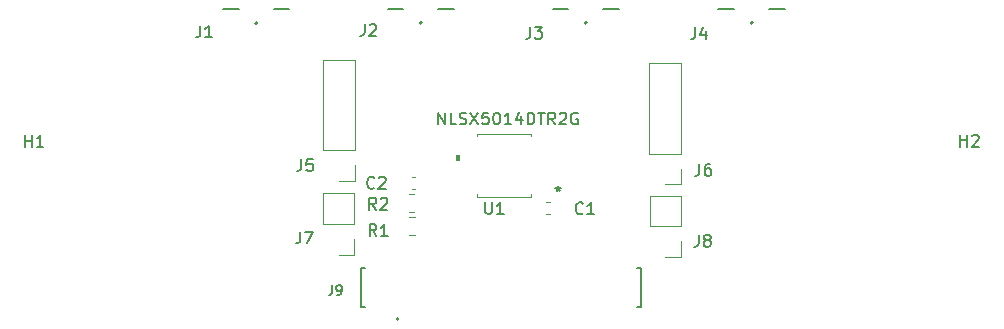
<source format=gbr>
%TF.GenerationSoftware,KiCad,Pcbnew,5.1.10-88a1d61d58~88~ubuntu18.04.1*%
%TF.CreationDate,2021-07-26T17:39:40+07:00*%
%TF.ProjectId,ADV728xM_EVAL_SMA-FFC_AETINA_ACE_CAM6C,41445637-3238-4784-9d5f-4556414c5f53,rev?*%
%TF.SameCoordinates,Original*%
%TF.FileFunction,Legend,Top*%
%TF.FilePolarity,Positive*%
%FSLAX46Y46*%
G04 Gerber Fmt 4.6, Leading zero omitted, Abs format (unit mm)*
G04 Created by KiCad (PCBNEW 5.1.10-88a1d61d58~88~ubuntu18.04.1) date 2021-07-26 17:39:40*
%MOMM*%
%LPD*%
G01*
G04 APERTURE LIST*
%ADD10C,0.120000*%
%ADD11C,0.200000*%
%ADD12C,0.127000*%
%ADD13C,0.100000*%
%ADD14C,0.150000*%
G04 APERTURE END LIST*
D10*
%TO.C,R2*%
X151004536Y-96966100D02*
X151458664Y-96966100D01*
X151004536Y-98436100D02*
X151458664Y-98436100D01*
%TO.C,R1*%
X151010376Y-98901580D02*
X151464504Y-98901580D01*
X151010376Y-100371580D02*
X151464504Y-100371580D01*
D11*
%TO.C,J9*%
X150121400Y-107492400D02*
G75*
G03*
X150121400Y-107492400I-100000J0D01*
G01*
D12*
X147275400Y-103177400D02*
X146925400Y-103177400D01*
X146925400Y-103177400D02*
X146925400Y-106477400D01*
X146925400Y-106477400D02*
X147275400Y-106477400D01*
X170275400Y-103177400D02*
X170625400Y-103177400D01*
X170625400Y-103177400D02*
X170625400Y-106477400D01*
X170625400Y-106477400D02*
X170275400Y-106477400D01*
D10*
%TO.C,J6*%
X173986500Y-96097400D02*
X172656500Y-96097400D01*
X173986500Y-94767400D02*
X173986500Y-96097400D01*
X173986500Y-93497400D02*
X171326500Y-93497400D01*
X171326500Y-93497400D02*
X171326500Y-85817400D01*
X173986500Y-93497400D02*
X173986500Y-85817400D01*
X173986500Y-85817400D02*
X171326500Y-85817400D01*
D11*
%TO.C,J3*%
X166050900Y-82419400D02*
G75*
G03*
X166050900Y-82419400I-100000J0D01*
G01*
D12*
X167450900Y-81229200D02*
X168750900Y-81229200D01*
X163150900Y-81229200D02*
X164450900Y-81229200D01*
D11*
%TO.C,J4*%
X180097100Y-82419400D02*
G75*
G03*
X180097100Y-82419400I-100000J0D01*
G01*
D12*
X181497100Y-81229200D02*
X182797100Y-81229200D01*
X177197100Y-81229200D02*
X178497100Y-81229200D01*
D11*
%TO.C,J1*%
X138161700Y-82470200D02*
G75*
G03*
X138161700Y-82470200I-100000J0D01*
G01*
D12*
X139561700Y-81280000D02*
X140861700Y-81280000D01*
X135261700Y-81280000D02*
X136561700Y-81280000D01*
D11*
%TO.C,J2*%
X152080900Y-82419400D02*
G75*
G03*
X152080900Y-82419400I-100000J0D01*
G01*
D12*
X153480900Y-81229200D02*
X154780900Y-81229200D01*
X149180900Y-81229200D02*
X150480900Y-81229200D01*
D10*
%TO.C,C2*%
X151237733Y-95502000D02*
X151530267Y-95502000D01*
X151237733Y-96522000D02*
X151530267Y-96522000D01*
%TO.C,C1*%
X162904387Y-97605120D02*
X162611853Y-97605120D01*
X162904387Y-98625120D02*
X162611853Y-98625120D01*
%TO.C,J5*%
X146414800Y-85550700D02*
X143754800Y-85550700D01*
X146414800Y-93230700D02*
X146414800Y-85550700D01*
X143754800Y-93230700D02*
X143754800Y-85550700D01*
X146414800Y-93230700D02*
X143754800Y-93230700D01*
X146414800Y-94500700D02*
X146414800Y-95830700D01*
X146414800Y-95830700D02*
X145084800Y-95830700D01*
%TO.C,J8*%
X174024600Y-97069600D02*
X171364600Y-97069600D01*
X174024600Y-99669600D02*
X174024600Y-97069600D01*
X171364600Y-99669600D02*
X171364600Y-97069600D01*
X174024600Y-99669600D02*
X171364600Y-99669600D01*
X174024600Y-100939600D02*
X174024600Y-102269600D01*
X174024600Y-102269600D02*
X172694600Y-102269600D01*
%TO.C,J7*%
X146364000Y-102079100D02*
X145034000Y-102079100D01*
X146364000Y-100749100D02*
X146364000Y-102079100D01*
X146364000Y-99479100D02*
X143704000Y-99479100D01*
X143704000Y-99479100D02*
X143704000Y-96879100D01*
X146364000Y-99479100D02*
X146364000Y-96879100D01*
X146364000Y-96879100D02*
X143704000Y-96879100D01*
D13*
%TO.C,U1*%
G36*
X154978100Y-94041201D02*
G01*
X154978100Y-93660201D01*
X155232100Y-93660201D01*
X155232100Y-94041201D01*
X154978100Y-94041201D01*
G37*
X154978100Y-94041201D02*
X154978100Y-93660201D01*
X155232100Y-93660201D01*
X155232100Y-94041201D01*
X154978100Y-94041201D01*
D10*
X156718000Y-96961239D02*
X156718000Y-97180400D01*
X161366200Y-92040161D02*
X161366200Y-91821000D01*
X161366200Y-97180400D02*
X161366200Y-96961241D01*
X156718000Y-97180400D02*
X161366200Y-97180400D01*
X156718000Y-91821000D02*
X156718000Y-92040159D01*
X161366200Y-91821000D02*
X156718000Y-91821000D01*
%TO.C,H2*%
D14*
X197688295Y-92912080D02*
X197688295Y-91912080D01*
X197688295Y-92388271D02*
X198259723Y-92388271D01*
X198259723Y-92912080D02*
X198259723Y-91912080D01*
X198688295Y-92007319D02*
X198735914Y-91959700D01*
X198831152Y-91912080D01*
X199069247Y-91912080D01*
X199164485Y-91959700D01*
X199212104Y-92007319D01*
X199259723Y-92102557D01*
X199259723Y-92197795D01*
X199212104Y-92340652D01*
X198640676Y-92912080D01*
X199259723Y-92912080D01*
%TO.C,H1*%
X118465695Y-92937480D02*
X118465695Y-91937480D01*
X118465695Y-92413671D02*
X119037123Y-92413671D01*
X119037123Y-92937480D02*
X119037123Y-91937480D01*
X120037123Y-92937480D02*
X119465695Y-92937480D01*
X119751409Y-92937480D02*
X119751409Y-91937480D01*
X119656171Y-92080338D01*
X119560933Y-92175576D01*
X119465695Y-92223195D01*
%TO.C,R2*%
X148207433Y-98242380D02*
X147874100Y-97766190D01*
X147636004Y-98242380D02*
X147636004Y-97242380D01*
X148016957Y-97242380D01*
X148112195Y-97290000D01*
X148159814Y-97337619D01*
X148207433Y-97432857D01*
X148207433Y-97575714D01*
X148159814Y-97670952D01*
X148112195Y-97718571D01*
X148016957Y-97766190D01*
X147636004Y-97766190D01*
X148588385Y-97337619D02*
X148636004Y-97290000D01*
X148731242Y-97242380D01*
X148969338Y-97242380D01*
X149064576Y-97290000D01*
X149112195Y-97337619D01*
X149159814Y-97432857D01*
X149159814Y-97528095D01*
X149112195Y-97670952D01*
X148540766Y-98242380D01*
X149159814Y-98242380D01*
%TO.C,R1*%
X148238673Y-100482660D02*
X147905340Y-100006470D01*
X147667244Y-100482660D02*
X147667244Y-99482660D01*
X148048197Y-99482660D01*
X148143435Y-99530280D01*
X148191054Y-99577899D01*
X148238673Y-99673137D01*
X148238673Y-99815994D01*
X148191054Y-99911232D01*
X148143435Y-99958851D01*
X148048197Y-100006470D01*
X147667244Y-100006470D01*
X149191054Y-100482660D02*
X148619625Y-100482660D01*
X148905340Y-100482660D02*
X148905340Y-99482660D01*
X148810101Y-99625518D01*
X148714863Y-99720756D01*
X148619625Y-99768375D01*
%TO.C,J9*%
X144513333Y-104641704D02*
X144513333Y-105213133D01*
X144475238Y-105327419D01*
X144399047Y-105403609D01*
X144284761Y-105441704D01*
X144208571Y-105441704D01*
X144932380Y-105441704D02*
X145084761Y-105441704D01*
X145160952Y-105403609D01*
X145199047Y-105365514D01*
X145275238Y-105251228D01*
X145313333Y-105098847D01*
X145313333Y-104794085D01*
X145275238Y-104717895D01*
X145237142Y-104679800D01*
X145160952Y-104641704D01*
X145008571Y-104641704D01*
X144932380Y-104679800D01*
X144894285Y-104717895D01*
X144856190Y-104794085D01*
X144856190Y-104984561D01*
X144894285Y-105060752D01*
X144932380Y-105098847D01*
X145008571Y-105136942D01*
X145160952Y-105136942D01*
X145237142Y-105098847D01*
X145275238Y-105060752D01*
X145313333Y-104984561D01*
%TO.C,J6*%
X175587066Y-94372180D02*
X175587066Y-95086466D01*
X175539447Y-95229323D01*
X175444209Y-95324561D01*
X175301352Y-95372180D01*
X175206114Y-95372180D01*
X176491828Y-94372180D02*
X176301352Y-94372180D01*
X176206114Y-94419800D01*
X176158495Y-94467419D01*
X176063257Y-94610276D01*
X176015638Y-94800752D01*
X176015638Y-95181704D01*
X176063257Y-95276942D01*
X176110876Y-95324561D01*
X176206114Y-95372180D01*
X176396590Y-95372180D01*
X176491828Y-95324561D01*
X176539447Y-95276942D01*
X176587066Y-95181704D01*
X176587066Y-94943609D01*
X176539447Y-94848371D01*
X176491828Y-94800752D01*
X176396590Y-94753133D01*
X176206114Y-94753133D01*
X176110876Y-94800752D01*
X176063257Y-94848371D01*
X176015638Y-94943609D01*
%TO.C,J3*%
X161261466Y-82764380D02*
X161261466Y-83478666D01*
X161213847Y-83621523D01*
X161118609Y-83716761D01*
X160975752Y-83764380D01*
X160880514Y-83764380D01*
X161642419Y-82764380D02*
X162261466Y-82764380D01*
X161928133Y-83145333D01*
X162070990Y-83145333D01*
X162166228Y-83192952D01*
X162213847Y-83240571D01*
X162261466Y-83335809D01*
X162261466Y-83573904D01*
X162213847Y-83669142D01*
X162166228Y-83716761D01*
X162070990Y-83764380D01*
X161785276Y-83764380D01*
X161690038Y-83716761D01*
X161642419Y-83669142D01*
%TO.C,J4*%
X175218766Y-82815180D02*
X175218766Y-83529466D01*
X175171147Y-83672323D01*
X175075909Y-83767561D01*
X174933052Y-83815180D01*
X174837814Y-83815180D01*
X176123528Y-83148514D02*
X176123528Y-83815180D01*
X175885433Y-82767561D02*
X175647338Y-83481847D01*
X176266385Y-83481847D01*
%TO.C,J1*%
X133308766Y-82662780D02*
X133308766Y-83377066D01*
X133261147Y-83519923D01*
X133165909Y-83615161D01*
X133023052Y-83662780D01*
X132927814Y-83662780D01*
X134308766Y-83662780D02*
X133737338Y-83662780D01*
X134023052Y-83662780D02*
X134023052Y-82662780D01*
X133927814Y-82805638D01*
X133832576Y-82900876D01*
X133737338Y-82948495D01*
%TO.C,J2*%
X147227966Y-82535780D02*
X147227966Y-83250066D01*
X147180347Y-83392923D01*
X147085109Y-83488161D01*
X146942252Y-83535780D01*
X146847014Y-83535780D01*
X147656538Y-82631019D02*
X147704157Y-82583400D01*
X147799395Y-82535780D01*
X148037490Y-82535780D01*
X148132728Y-82583400D01*
X148180347Y-82631019D01*
X148227966Y-82726257D01*
X148227966Y-82821495D01*
X148180347Y-82964352D01*
X147608919Y-83535780D01*
X148227966Y-83535780D01*
%TO.C,C2*%
X148055033Y-96381842D02*
X148007414Y-96429461D01*
X147864557Y-96477080D01*
X147769319Y-96477080D01*
X147626461Y-96429461D01*
X147531223Y-96334223D01*
X147483604Y-96238985D01*
X147435985Y-96048509D01*
X147435985Y-95905652D01*
X147483604Y-95715176D01*
X147531223Y-95619938D01*
X147626461Y-95524700D01*
X147769319Y-95477080D01*
X147864557Y-95477080D01*
X148007414Y-95524700D01*
X148055033Y-95572319D01*
X148435985Y-95572319D02*
X148483604Y-95524700D01*
X148578842Y-95477080D01*
X148816938Y-95477080D01*
X148912176Y-95524700D01*
X148959795Y-95572319D01*
X149007414Y-95667557D01*
X149007414Y-95762795D01*
X148959795Y-95905652D01*
X148388366Y-96477080D01*
X149007414Y-96477080D01*
%TO.C,C1*%
X165720733Y-98540842D02*
X165673114Y-98588461D01*
X165530257Y-98636080D01*
X165435019Y-98636080D01*
X165292161Y-98588461D01*
X165196923Y-98493223D01*
X165149304Y-98397985D01*
X165101685Y-98207509D01*
X165101685Y-98064652D01*
X165149304Y-97874176D01*
X165196923Y-97778938D01*
X165292161Y-97683700D01*
X165435019Y-97636080D01*
X165530257Y-97636080D01*
X165673114Y-97683700D01*
X165720733Y-97731319D01*
X166673114Y-98636080D02*
X166101685Y-98636080D01*
X166387400Y-98636080D02*
X166387400Y-97636080D01*
X166292161Y-97778938D01*
X166196923Y-97874176D01*
X166101685Y-97921795D01*
%TO.C,J5*%
X141881266Y-93965780D02*
X141881266Y-94680066D01*
X141833647Y-94822923D01*
X141738409Y-94918161D01*
X141595552Y-94965780D01*
X141500314Y-94965780D01*
X142833647Y-93965780D02*
X142357457Y-93965780D01*
X142309838Y-94441971D01*
X142357457Y-94394352D01*
X142452695Y-94346733D01*
X142690790Y-94346733D01*
X142786028Y-94394352D01*
X142833647Y-94441971D01*
X142881266Y-94537209D01*
X142881266Y-94775304D01*
X142833647Y-94870542D01*
X142786028Y-94918161D01*
X142690790Y-94965780D01*
X142452695Y-94965780D01*
X142357457Y-94918161D01*
X142309838Y-94870542D01*
%TO.C,J8*%
X175536266Y-100391980D02*
X175536266Y-101106266D01*
X175488647Y-101249123D01*
X175393409Y-101344361D01*
X175250552Y-101391980D01*
X175155314Y-101391980D01*
X176155314Y-100820552D02*
X176060076Y-100772933D01*
X176012457Y-100725314D01*
X175964838Y-100630076D01*
X175964838Y-100582457D01*
X176012457Y-100487219D01*
X176060076Y-100439600D01*
X176155314Y-100391980D01*
X176345790Y-100391980D01*
X176441028Y-100439600D01*
X176488647Y-100487219D01*
X176536266Y-100582457D01*
X176536266Y-100630076D01*
X176488647Y-100725314D01*
X176441028Y-100772933D01*
X176345790Y-100820552D01*
X176155314Y-100820552D01*
X176060076Y-100868171D01*
X176012457Y-100915790D01*
X175964838Y-101011028D01*
X175964838Y-101201504D01*
X176012457Y-101296742D01*
X176060076Y-101344361D01*
X176155314Y-101391980D01*
X176345790Y-101391980D01*
X176441028Y-101344361D01*
X176488647Y-101296742D01*
X176536266Y-101201504D01*
X176536266Y-101011028D01*
X176488647Y-100915790D01*
X176441028Y-100868171D01*
X176345790Y-100820552D01*
%TO.C,J7*%
X141779666Y-100112580D02*
X141779666Y-100826866D01*
X141732047Y-100969723D01*
X141636809Y-101064961D01*
X141493952Y-101112580D01*
X141398714Y-101112580D01*
X142160619Y-100112580D02*
X142827285Y-100112580D01*
X142398714Y-101112580D01*
%TO.C,U1*%
X157454695Y-97623380D02*
X157454695Y-98432904D01*
X157502314Y-98528142D01*
X157549933Y-98575761D01*
X157645171Y-98623380D01*
X157835647Y-98623380D01*
X157930885Y-98575761D01*
X157978504Y-98528142D01*
X158026123Y-98432904D01*
X158026123Y-97623380D01*
X159026123Y-98623380D02*
X158454695Y-98623380D01*
X158740409Y-98623380D02*
X158740409Y-97623380D01*
X158645171Y-97766238D01*
X158549933Y-97861476D01*
X158454695Y-97909095D01*
X153467538Y-91028780D02*
X153467538Y-90028780D01*
X154038966Y-91028780D01*
X154038966Y-90028780D01*
X154991347Y-91028780D02*
X154515157Y-91028780D01*
X154515157Y-90028780D01*
X155277061Y-90981161D02*
X155419919Y-91028780D01*
X155658014Y-91028780D01*
X155753252Y-90981161D01*
X155800871Y-90933542D01*
X155848490Y-90838304D01*
X155848490Y-90743066D01*
X155800871Y-90647828D01*
X155753252Y-90600209D01*
X155658014Y-90552590D01*
X155467538Y-90504971D01*
X155372300Y-90457352D01*
X155324680Y-90409733D01*
X155277061Y-90314495D01*
X155277061Y-90219257D01*
X155324680Y-90124019D01*
X155372300Y-90076400D01*
X155467538Y-90028780D01*
X155705633Y-90028780D01*
X155848490Y-90076400D01*
X156181823Y-90028780D02*
X156848490Y-91028780D01*
X156848490Y-90028780D02*
X156181823Y-91028780D01*
X157705633Y-90028780D02*
X157229442Y-90028780D01*
X157181823Y-90504971D01*
X157229442Y-90457352D01*
X157324680Y-90409733D01*
X157562776Y-90409733D01*
X157658014Y-90457352D01*
X157705633Y-90504971D01*
X157753252Y-90600209D01*
X157753252Y-90838304D01*
X157705633Y-90933542D01*
X157658014Y-90981161D01*
X157562776Y-91028780D01*
X157324680Y-91028780D01*
X157229442Y-90981161D01*
X157181823Y-90933542D01*
X158372300Y-90028780D02*
X158467538Y-90028780D01*
X158562776Y-90076400D01*
X158610395Y-90124019D01*
X158658014Y-90219257D01*
X158705633Y-90409733D01*
X158705633Y-90647828D01*
X158658014Y-90838304D01*
X158610395Y-90933542D01*
X158562776Y-90981161D01*
X158467538Y-91028780D01*
X158372300Y-91028780D01*
X158277061Y-90981161D01*
X158229442Y-90933542D01*
X158181823Y-90838304D01*
X158134204Y-90647828D01*
X158134204Y-90409733D01*
X158181823Y-90219257D01*
X158229442Y-90124019D01*
X158277061Y-90076400D01*
X158372300Y-90028780D01*
X159658014Y-91028780D02*
X159086585Y-91028780D01*
X159372300Y-91028780D02*
X159372300Y-90028780D01*
X159277061Y-90171638D01*
X159181823Y-90266876D01*
X159086585Y-90314495D01*
X160515157Y-90362114D02*
X160515157Y-91028780D01*
X160277061Y-89981161D02*
X160038966Y-90695447D01*
X160658014Y-90695447D01*
X161038966Y-91028780D02*
X161038966Y-90028780D01*
X161277061Y-90028780D01*
X161419919Y-90076400D01*
X161515157Y-90171638D01*
X161562776Y-90266876D01*
X161610395Y-90457352D01*
X161610395Y-90600209D01*
X161562776Y-90790685D01*
X161515157Y-90885923D01*
X161419919Y-90981161D01*
X161277061Y-91028780D01*
X161038966Y-91028780D01*
X161896109Y-90028780D02*
X162467538Y-90028780D01*
X162181823Y-91028780D02*
X162181823Y-90028780D01*
X163372300Y-91028780D02*
X163038966Y-90552590D01*
X162800871Y-91028780D02*
X162800871Y-90028780D01*
X163181823Y-90028780D01*
X163277061Y-90076400D01*
X163324680Y-90124019D01*
X163372300Y-90219257D01*
X163372300Y-90362114D01*
X163324680Y-90457352D01*
X163277061Y-90504971D01*
X163181823Y-90552590D01*
X162800871Y-90552590D01*
X163753252Y-90124019D02*
X163800871Y-90076400D01*
X163896109Y-90028780D01*
X164134204Y-90028780D01*
X164229442Y-90076400D01*
X164277061Y-90124019D01*
X164324680Y-90219257D01*
X164324680Y-90314495D01*
X164277061Y-90457352D01*
X163705633Y-91028780D01*
X164324680Y-91028780D01*
X165277061Y-90076400D02*
X165181823Y-90028780D01*
X165038966Y-90028780D01*
X164896109Y-90076400D01*
X164800871Y-90171638D01*
X164753252Y-90266876D01*
X164705633Y-90457352D01*
X164705633Y-90600209D01*
X164753252Y-90790685D01*
X164800871Y-90885923D01*
X164896109Y-90981161D01*
X165038966Y-91028780D01*
X165134204Y-91028780D01*
X165277061Y-90981161D01*
X165324680Y-90933542D01*
X165324680Y-90600209D01*
X165134204Y-90600209D01*
X163626800Y-96236540D02*
X163626800Y-96474636D01*
X163388704Y-96379398D02*
X163626800Y-96474636D01*
X163864895Y-96379398D01*
X163483942Y-96665112D02*
X163626800Y-96474636D01*
X163769657Y-96665112D01*
X163636960Y-96256860D02*
X163636960Y-96494956D01*
X163398864Y-96399718D02*
X163636960Y-96494956D01*
X163875055Y-96399718D01*
X163494102Y-96685432D02*
X163636960Y-96494956D01*
X163779817Y-96685432D01*
%TD*%
M02*

</source>
